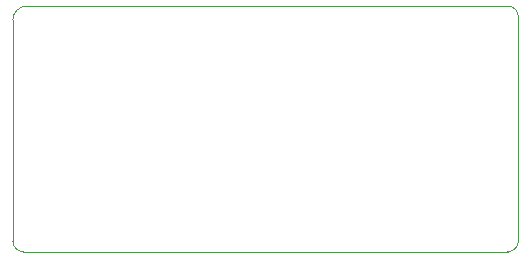
<source format=gbr>
%TF.GenerationSoftware,Altium Limited,Altium Designer,24.4.1 (13)*%
G04 Layer_Color=0*
%FSLAX45Y45*%
%MOMM*%
%TF.SameCoordinates,F106AC90-439F-428E-8782-533256F23A0D*%
%TF.FilePolarity,Positive*%
%TF.FileFunction,Profile,NP*%
%TF.Part,Single*%
G01*
G75*
%TA.AperFunction,Profile*%
%ADD79C,0.02540*%
D79*
X4160000Y2080000D02*
X4190000D01*
D02*
G02*
X4280000Y1990000I0J-90000D01*
G01*
X4280000Y90000D01*
D02*
G02*
X4190000Y0I-90000J-1D01*
G01*
X90000D01*
D02*
G02*
X0Y90000I-0J89999D01*
G01*
X0Y1960000D01*
D02*
G02*
X120000Y2080000I120000J1D01*
G01*
X4160000Y2080000D01*
%TF.MD5,3f4e406349b6f3eff8fe9f2fa94de22a*%
M02*

</source>
